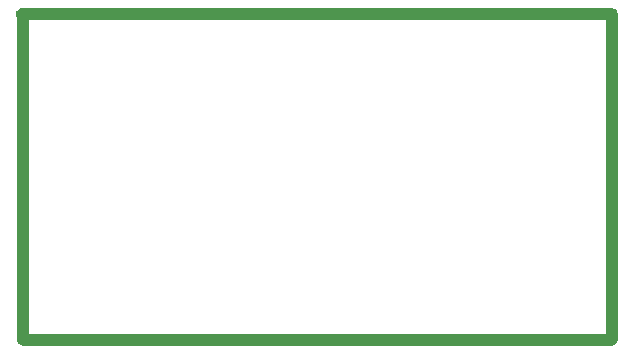
<source format=gm1>
G04*
G04 #@! TF.GenerationSoftware,Altium Limited,Altium Designer,21.4.1 (30)*
G04*
G04 Layer_Color=16711935*
%FSTAX24Y24*%
%MOIN*%
G70*
G04*
G04 #@! TF.SameCoordinates,28C8F42C-7358-46F7-AC3D-303988F39EDD*
G04*
G04*
G04 #@! TF.FilePolarity,Positive*
G04*
G01*
G75*
%ADD33C,0.0200*%
D33*
X03155Y04315D02*
G03*
X03145Y04325I-0001J0D01*
G01*
X03155Y04315D02*
G03*
X03145Y04325I-0001J0D01*
G01*
Y0322D02*
G03*
X03155Y0323I0J0001D01*
G01*
X03145Y0322D02*
G03*
X03155Y0323I0J0001D01*
G01*
X01175Y04325D02*
G03*
X011679Y043079I0J-0001D01*
G01*
X01175Y04325D02*
G03*
X011679Y043079I0J-0001D01*
G01*
X0117Y0323D02*
G03*
X0118Y0322I0001J0D01*
G01*
X0117Y0323D02*
G03*
X0118Y0322I0001J0D01*
G01*
X01175Y04315D02*
X03145D01*
X01175D02*
X0118Y0431D01*
Y0323D02*
Y0431D01*
Y0323D02*
X03145D01*
Y04315D01*
X03155Y0323D02*
Y04315D01*
X03135Y0324D02*
Y04305D01*
X0119Y0324D02*
Y04305D01*
X0118Y0322D02*
X03145D01*
X01175Y04325D02*
X03145D01*
X0119Y04305D02*
X03135D01*
X011679Y043079D02*
X0117Y043059D01*
X0119Y0324D02*
X03135D01*
X0117Y0323D02*
Y043059D01*
M02*

</source>
